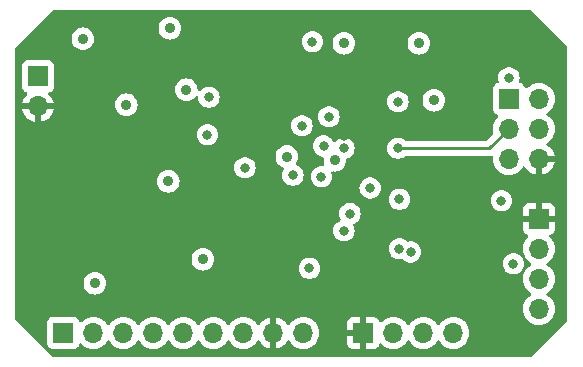
<source format=gbl>
%TF.GenerationSoftware,KiCad,Pcbnew,8.0.6*%
%TF.CreationDate,2024-11-27T12:56:47-08:00*%
%TF.ProjectId,Project 3 MCUdatalogger,50726f6a-6563-4742-9033-204d43556461,1*%
%TF.SameCoordinates,Original*%
%TF.FileFunction,Copper,L4,Bot*%
%TF.FilePolarity,Positive*%
%FSLAX46Y46*%
G04 Gerber Fmt 4.6, Leading zero omitted, Abs format (unit mm)*
G04 Created by KiCad (PCBNEW 8.0.6) date 2024-11-27 12:56:47*
%MOMM*%
%LPD*%
G01*
G04 APERTURE LIST*
%TA.AperFunction,ComponentPad*%
%ADD10R,1.700000X1.700000*%
%TD*%
%TA.AperFunction,ComponentPad*%
%ADD11O,1.700000X1.700000*%
%TD*%
%TA.AperFunction,ViaPad*%
%ADD12C,0.900000*%
%TD*%
%TA.AperFunction,ViaPad*%
%ADD13C,0.800000*%
%TD*%
%TA.AperFunction,Conductor*%
%ADD14C,0.250000*%
%TD*%
G04 APERTURE END LIST*
D10*
%TO.P,J4,1,Pin_1*%
%TO.N,/MISO*%
X80010000Y-66040000D03*
D11*
%TO.P,J4,2,Pin_2*%
%TO.N,/Vcc*%
X82550000Y-66040000D03*
%TO.P,J4,3,Pin_3*%
%TO.N,/SCK*%
X80010000Y-68580000D03*
%TO.P,J4,4,Pin_4*%
%TO.N,/MOSI*%
X82550000Y-68580000D03*
%TO.P,J4,5,Pin_5*%
%TO.N,/RESET*%
X80010000Y-71120000D03*
%TO.P,J4,6,Pin_6*%
%TO.N,GND*%
X82550000Y-71120000D03*
%TD*%
D10*
%TO.P,J2,1,Pin_1*%
%TO.N,/D2*%
X42291000Y-85852000D03*
D11*
%TO.P,J2,2,Pin_2*%
%TO.N,/D3*%
X44831000Y-85852000D03*
%TO.P,J2,3,Pin_3*%
%TO.N,/D4*%
X47371000Y-85852000D03*
%TO.P,J2,4,Pin_4*%
%TO.N,/D5*%
X49911000Y-85852000D03*
%TO.P,J2,5,Pin_5*%
%TO.N,/D6*%
X52451000Y-85852000D03*
%TO.P,J2,6,Pin_6*%
%TO.N,/D7*%
X54991000Y-85852000D03*
%TO.P,J2,7,Pin_7*%
%TO.N,/D8*%
X57531000Y-85852000D03*
%TO.P,J2,8,Pin_8*%
%TO.N,GND*%
X60071000Y-85852000D03*
%TO.P,J2,9,Pin_9*%
%TO.N,/Vcc*%
X62611000Y-85852000D03*
%TD*%
D10*
%TO.P,BT1,1,+*%
%TO.N,/Vcc*%
X40132000Y-64135000D03*
D11*
%TO.P,BT1,2,-*%
%TO.N,GND*%
X40132000Y-66675000D03*
%TD*%
D10*
%TO.P,J3,1,Pin_1*%
%TO.N,GND*%
X67691000Y-85852000D03*
D11*
%TO.P,J3,2,Pin_2*%
%TO.N,/Vcc*%
X70231000Y-85852000D03*
%TO.P,J3,3,Pin_3*%
%TO.N,/RX*%
X72771000Y-85852000D03*
%TO.P,J3,4,Pin_4*%
%TO.N,/TX*%
X75311000Y-85852000D03*
%TD*%
D10*
%TO.P,J1,1,Pin_1*%
%TO.N,GND*%
X82550000Y-76200000D03*
D11*
%TO.P,J1,2,Pin_2*%
%TO.N,/Vcc*%
X82550000Y-78740000D03*
%TO.P,J1,3,Pin_3*%
%TO.N,/SDA*%
X82550000Y-81280000D03*
%TO.P,J1,4,Pin_4*%
%TO.N,/SCK*%
X82550000Y-83820000D03*
%TD*%
D12*
%TO.N,/Vcc*%
X51181000Y-73025000D03*
X65278000Y-71247000D03*
X73660000Y-66167000D03*
X72390000Y-61341000D03*
X66040000Y-61341000D03*
X61214000Y-70929000D03*
X52705000Y-65278000D03*
X51308000Y-60071000D03*
X47625000Y-66548000D03*
X43942000Y-60960000D03*
X44958000Y-81661000D03*
X54102000Y-79629000D03*
D13*
%TO.N,/MISO*%
X66548000Y-75766000D03*
X80010000Y-64262000D03*
%TO.N,GND*%
X67945000Y-61214000D03*
X72390000Y-64897000D03*
X76200000Y-65024000D03*
X73152000Y-78867000D03*
X45085000Y-78105000D03*
X66035347Y-69210347D03*
X60833000Y-69379000D03*
X47117000Y-69977000D03*
X51181000Y-67056000D03*
X47752000Y-61976000D03*
X51816000Y-61341000D03*
%TO.N,/RESET*%
X62484000Y-68326000D03*
%TO.N,/SCK*%
X54483000Y-69088000D03*
X64325500Y-70040500D03*
%TO.N,Net-(U4-PB6)*%
X57658000Y-71882000D03*
%TO.N,/SCK*%
X79375000Y-74676000D03*
%TO.N,/SDA*%
X80391000Y-80010000D03*
%TO.N,Net-(U4-AREF)*%
X71700527Y-79014722D03*
X66040000Y-70231000D03*
%TO.N,Net-(U4-PB6)*%
X70739000Y-78740000D03*
X63119000Y-80391000D03*
%TO.N,Net-(U4-PB7)*%
X66040000Y-77216000D03*
X61722000Y-72517000D03*
X63373000Y-61214000D03*
%TO.N,/SCK*%
X68267153Y-73591847D03*
X70612000Y-70231000D03*
%TO.N,/SDA*%
X64770000Y-67564000D03*
X70612000Y-66294000D03*
%TO.N,/MOSI*%
X64135000Y-72644000D03*
X70739000Y-74549000D03*
%TO.N,/SDA*%
X54610000Y-65913000D03*
%TD*%
D14*
%TO.N,/SCK*%
X70612000Y-70231000D02*
X78359000Y-70231000D01*
X78359000Y-70231000D02*
X80010000Y-68580000D01*
%TD*%
%TA.AperFunction,Conductor*%
%TO.N,GND*%
G36*
X81930677Y-58566685D02*
G01*
X81951319Y-58583319D01*
X84926681Y-61558681D01*
X84960166Y-61620004D01*
X84963000Y-61646362D01*
X84963000Y-84784638D01*
X84943315Y-84851677D01*
X84926681Y-84872319D01*
X81951319Y-87847681D01*
X81889996Y-87881166D01*
X81863638Y-87884000D01*
X41453362Y-87884000D01*
X41386323Y-87864315D01*
X41365681Y-87847681D01*
X38472135Y-84954135D01*
X40940500Y-84954135D01*
X40940500Y-86749870D01*
X40940501Y-86749876D01*
X40946908Y-86809483D01*
X40997202Y-86944328D01*
X40997206Y-86944335D01*
X41083452Y-87059544D01*
X41083455Y-87059547D01*
X41198664Y-87145793D01*
X41198671Y-87145797D01*
X41333517Y-87196091D01*
X41333516Y-87196091D01*
X41340444Y-87196835D01*
X41393127Y-87202500D01*
X43188872Y-87202499D01*
X43248483Y-87196091D01*
X43383331Y-87145796D01*
X43498546Y-87059546D01*
X43584796Y-86944331D01*
X43633810Y-86812916D01*
X43675681Y-86756984D01*
X43741145Y-86732566D01*
X43809418Y-86747417D01*
X43837673Y-86768569D01*
X43959599Y-86890495D01*
X44056384Y-86958265D01*
X44153165Y-87026032D01*
X44153167Y-87026033D01*
X44153170Y-87026035D01*
X44367337Y-87125903D01*
X44595592Y-87187063D01*
X44772034Y-87202500D01*
X44830999Y-87207659D01*
X44831000Y-87207659D01*
X44831001Y-87207659D01*
X44889966Y-87202500D01*
X45066408Y-87187063D01*
X45294663Y-87125903D01*
X45508830Y-87026035D01*
X45702401Y-86890495D01*
X45869495Y-86723401D01*
X45999425Y-86537842D01*
X46054002Y-86494217D01*
X46123500Y-86487023D01*
X46185855Y-86518546D01*
X46202575Y-86537842D01*
X46332500Y-86723395D01*
X46332505Y-86723401D01*
X46499599Y-86890495D01*
X46596384Y-86958265D01*
X46693165Y-87026032D01*
X46693167Y-87026033D01*
X46693170Y-87026035D01*
X46907337Y-87125903D01*
X47135592Y-87187063D01*
X47312034Y-87202500D01*
X47370999Y-87207659D01*
X47371000Y-87207659D01*
X47371001Y-87207659D01*
X47429966Y-87202500D01*
X47606408Y-87187063D01*
X47834663Y-87125903D01*
X48048830Y-87026035D01*
X48242401Y-86890495D01*
X48409495Y-86723401D01*
X48539425Y-86537842D01*
X48594002Y-86494217D01*
X48663500Y-86487023D01*
X48725855Y-86518546D01*
X48742575Y-86537842D01*
X48872500Y-86723395D01*
X48872505Y-86723401D01*
X49039599Y-86890495D01*
X49136384Y-86958265D01*
X49233165Y-87026032D01*
X49233167Y-87026033D01*
X49233170Y-87026035D01*
X49447337Y-87125903D01*
X49675592Y-87187063D01*
X49852034Y-87202500D01*
X49910999Y-87207659D01*
X49911000Y-87207659D01*
X49911001Y-87207659D01*
X49969966Y-87202500D01*
X50146408Y-87187063D01*
X50374663Y-87125903D01*
X50588830Y-87026035D01*
X50782401Y-86890495D01*
X50949495Y-86723401D01*
X51079425Y-86537842D01*
X51134002Y-86494217D01*
X51203500Y-86487023D01*
X51265855Y-86518546D01*
X51282575Y-86537842D01*
X51412500Y-86723395D01*
X51412505Y-86723401D01*
X51579599Y-86890495D01*
X51676384Y-86958265D01*
X51773165Y-87026032D01*
X51773167Y-87026033D01*
X51773170Y-87026035D01*
X51987337Y-87125903D01*
X52215592Y-87187063D01*
X52392034Y-87202500D01*
X52450999Y-87207659D01*
X52451000Y-87207659D01*
X52451001Y-87207659D01*
X52509966Y-87202500D01*
X52686408Y-87187063D01*
X52914663Y-87125903D01*
X53128830Y-87026035D01*
X53322401Y-86890495D01*
X53489495Y-86723401D01*
X53619425Y-86537842D01*
X53674002Y-86494217D01*
X53743500Y-86487023D01*
X53805855Y-86518546D01*
X53822575Y-86537842D01*
X53952500Y-86723395D01*
X53952505Y-86723401D01*
X54119599Y-86890495D01*
X54216384Y-86958265D01*
X54313165Y-87026032D01*
X54313167Y-87026033D01*
X54313170Y-87026035D01*
X54527337Y-87125903D01*
X54755592Y-87187063D01*
X54932034Y-87202500D01*
X54990999Y-87207659D01*
X54991000Y-87207659D01*
X54991001Y-87207659D01*
X55049966Y-87202500D01*
X55226408Y-87187063D01*
X55454663Y-87125903D01*
X55668830Y-87026035D01*
X55862401Y-86890495D01*
X56029495Y-86723401D01*
X56159425Y-86537842D01*
X56214002Y-86494217D01*
X56283500Y-86487023D01*
X56345855Y-86518546D01*
X56362575Y-86537842D01*
X56492500Y-86723395D01*
X56492505Y-86723401D01*
X56659599Y-86890495D01*
X56756384Y-86958265D01*
X56853165Y-87026032D01*
X56853167Y-87026033D01*
X56853170Y-87026035D01*
X57067337Y-87125903D01*
X57295592Y-87187063D01*
X57472034Y-87202500D01*
X57530999Y-87207659D01*
X57531000Y-87207659D01*
X57531001Y-87207659D01*
X57589966Y-87202500D01*
X57766408Y-87187063D01*
X57994663Y-87125903D01*
X58208830Y-87026035D01*
X58402401Y-86890495D01*
X58569495Y-86723401D01*
X58699730Y-86537405D01*
X58754307Y-86493781D01*
X58823805Y-86486587D01*
X58886160Y-86518110D01*
X58902879Y-86537405D01*
X59032890Y-86723078D01*
X59199917Y-86890105D01*
X59393421Y-87025600D01*
X59607507Y-87125429D01*
X59607516Y-87125433D01*
X59821000Y-87182634D01*
X59821000Y-86285012D01*
X59878007Y-86317925D01*
X60005174Y-86352000D01*
X60136826Y-86352000D01*
X60263993Y-86317925D01*
X60321000Y-86285012D01*
X60321000Y-87182633D01*
X60534483Y-87125433D01*
X60534492Y-87125429D01*
X60748578Y-87025600D01*
X60942082Y-86890105D01*
X61109105Y-86723082D01*
X61239119Y-86537405D01*
X61293696Y-86493781D01*
X61363195Y-86486588D01*
X61425549Y-86518110D01*
X61442269Y-86537405D01*
X61572505Y-86723401D01*
X61739599Y-86890495D01*
X61836384Y-86958265D01*
X61933165Y-87026032D01*
X61933167Y-87026033D01*
X61933170Y-87026035D01*
X62147337Y-87125903D01*
X62375592Y-87187063D01*
X62552034Y-87202500D01*
X62610999Y-87207659D01*
X62611000Y-87207659D01*
X62611001Y-87207659D01*
X62669966Y-87202500D01*
X62846408Y-87187063D01*
X63074663Y-87125903D01*
X63288830Y-87026035D01*
X63482401Y-86890495D01*
X63649495Y-86723401D01*
X63785035Y-86529830D01*
X63884903Y-86315663D01*
X63946063Y-86087408D01*
X63966659Y-85852000D01*
X63946063Y-85616592D01*
X63884903Y-85388337D01*
X63785035Y-85174171D01*
X63779731Y-85166595D01*
X63649494Y-84980597D01*
X63623052Y-84954155D01*
X66341000Y-84954155D01*
X66341000Y-85602000D01*
X67257988Y-85602000D01*
X67225075Y-85659007D01*
X67191000Y-85786174D01*
X67191000Y-85917826D01*
X67225075Y-86044993D01*
X67257988Y-86102000D01*
X66341000Y-86102000D01*
X66341000Y-86749844D01*
X66347401Y-86809372D01*
X66347403Y-86809379D01*
X66397645Y-86944086D01*
X66397649Y-86944093D01*
X66483809Y-87059187D01*
X66483812Y-87059190D01*
X66598906Y-87145350D01*
X66598913Y-87145354D01*
X66733620Y-87195596D01*
X66733627Y-87195598D01*
X66793155Y-87201999D01*
X66793172Y-87202000D01*
X67441000Y-87202000D01*
X67441000Y-86285012D01*
X67498007Y-86317925D01*
X67625174Y-86352000D01*
X67756826Y-86352000D01*
X67883993Y-86317925D01*
X67941000Y-86285012D01*
X67941000Y-87202000D01*
X68588828Y-87202000D01*
X68588844Y-87201999D01*
X68648372Y-87195598D01*
X68648379Y-87195596D01*
X68783086Y-87145354D01*
X68783093Y-87145350D01*
X68898187Y-87059190D01*
X68898190Y-87059187D01*
X68984350Y-86944093D01*
X68984354Y-86944086D01*
X69033422Y-86812529D01*
X69075293Y-86756595D01*
X69140757Y-86732178D01*
X69209030Y-86747030D01*
X69237285Y-86768181D01*
X69359599Y-86890495D01*
X69456384Y-86958265D01*
X69553165Y-87026032D01*
X69553167Y-87026033D01*
X69553170Y-87026035D01*
X69767337Y-87125903D01*
X69995592Y-87187063D01*
X70172034Y-87202500D01*
X70230999Y-87207659D01*
X70231000Y-87207659D01*
X70231001Y-87207659D01*
X70289966Y-87202500D01*
X70466408Y-87187063D01*
X70694663Y-87125903D01*
X70908830Y-87026035D01*
X71102401Y-86890495D01*
X71269495Y-86723401D01*
X71399425Y-86537842D01*
X71454002Y-86494217D01*
X71523500Y-86487023D01*
X71585855Y-86518546D01*
X71602575Y-86537842D01*
X71732500Y-86723395D01*
X71732505Y-86723401D01*
X71899599Y-86890495D01*
X71996384Y-86958265D01*
X72093165Y-87026032D01*
X72093167Y-87026033D01*
X72093170Y-87026035D01*
X72307337Y-87125903D01*
X72535592Y-87187063D01*
X72712034Y-87202500D01*
X72770999Y-87207659D01*
X72771000Y-87207659D01*
X72771001Y-87207659D01*
X72829966Y-87202500D01*
X73006408Y-87187063D01*
X73234663Y-87125903D01*
X73448830Y-87026035D01*
X73642401Y-86890495D01*
X73809495Y-86723401D01*
X73939425Y-86537842D01*
X73994002Y-86494217D01*
X74063500Y-86487023D01*
X74125855Y-86518546D01*
X74142575Y-86537842D01*
X74272500Y-86723395D01*
X74272505Y-86723401D01*
X74439599Y-86890495D01*
X74536384Y-86958265D01*
X74633165Y-87026032D01*
X74633167Y-87026033D01*
X74633170Y-87026035D01*
X74847337Y-87125903D01*
X75075592Y-87187063D01*
X75252034Y-87202500D01*
X75310999Y-87207659D01*
X75311000Y-87207659D01*
X75311001Y-87207659D01*
X75369966Y-87202500D01*
X75546408Y-87187063D01*
X75774663Y-87125903D01*
X75988830Y-87026035D01*
X76182401Y-86890495D01*
X76349495Y-86723401D01*
X76485035Y-86529830D01*
X76584903Y-86315663D01*
X76646063Y-86087408D01*
X76666659Y-85852000D01*
X76646063Y-85616592D01*
X76584903Y-85388337D01*
X76485035Y-85174171D01*
X76479731Y-85166595D01*
X76349494Y-84980597D01*
X76182402Y-84813506D01*
X76182395Y-84813501D01*
X75988834Y-84677967D01*
X75988830Y-84677965D01*
X75917727Y-84644809D01*
X75774663Y-84578097D01*
X75774659Y-84578096D01*
X75774655Y-84578094D01*
X75546413Y-84516938D01*
X75546403Y-84516936D01*
X75311001Y-84496341D01*
X75310999Y-84496341D01*
X75075596Y-84516936D01*
X75075586Y-84516938D01*
X74847344Y-84578094D01*
X74847335Y-84578098D01*
X74633171Y-84677964D01*
X74633169Y-84677965D01*
X74439597Y-84813505D01*
X74272505Y-84980597D01*
X74142575Y-85166158D01*
X74087998Y-85209783D01*
X74018500Y-85216977D01*
X73956145Y-85185454D01*
X73939425Y-85166158D01*
X73809494Y-84980597D01*
X73642402Y-84813506D01*
X73642395Y-84813501D01*
X73448834Y-84677967D01*
X73448830Y-84677965D01*
X73377727Y-84644809D01*
X73234663Y-84578097D01*
X73234659Y-84578096D01*
X73234655Y-84578094D01*
X73006413Y-84516938D01*
X73006403Y-84516936D01*
X72771001Y-84496341D01*
X72770999Y-84496341D01*
X72535596Y-84516936D01*
X72535586Y-84516938D01*
X72307344Y-84578094D01*
X72307335Y-84578098D01*
X72093171Y-84677964D01*
X72093169Y-84677965D01*
X71899597Y-84813505D01*
X71732505Y-84980597D01*
X71602575Y-85166158D01*
X71547998Y-85209783D01*
X71478500Y-85216977D01*
X71416145Y-85185454D01*
X71399425Y-85166158D01*
X71269494Y-84980597D01*
X71102402Y-84813506D01*
X71102395Y-84813501D01*
X70908834Y-84677967D01*
X70908830Y-84677965D01*
X70837727Y-84644809D01*
X70694663Y-84578097D01*
X70694659Y-84578096D01*
X70694655Y-84578094D01*
X70466413Y-84516938D01*
X70466403Y-84516936D01*
X70231001Y-84496341D01*
X70230999Y-84496341D01*
X69995596Y-84516936D01*
X69995586Y-84516938D01*
X69767344Y-84578094D01*
X69767335Y-84578098D01*
X69553171Y-84677964D01*
X69553169Y-84677965D01*
X69359600Y-84813503D01*
X69237284Y-84935819D01*
X69175961Y-84969303D01*
X69106269Y-84964319D01*
X69050336Y-84922447D01*
X69033421Y-84891470D01*
X68984354Y-84759913D01*
X68984350Y-84759906D01*
X68898190Y-84644812D01*
X68898187Y-84644809D01*
X68783093Y-84558649D01*
X68783086Y-84558645D01*
X68648379Y-84508403D01*
X68648372Y-84508401D01*
X68588844Y-84502000D01*
X67941000Y-84502000D01*
X67941000Y-85418988D01*
X67883993Y-85386075D01*
X67756826Y-85352000D01*
X67625174Y-85352000D01*
X67498007Y-85386075D01*
X67441000Y-85418988D01*
X67441000Y-84502000D01*
X66793155Y-84502000D01*
X66733627Y-84508401D01*
X66733620Y-84508403D01*
X66598913Y-84558645D01*
X66598906Y-84558649D01*
X66483812Y-84644809D01*
X66483809Y-84644812D01*
X66397649Y-84759906D01*
X66397645Y-84759913D01*
X66347403Y-84894620D01*
X66347401Y-84894627D01*
X66341000Y-84954155D01*
X63623052Y-84954155D01*
X63482402Y-84813506D01*
X63482395Y-84813501D01*
X63288834Y-84677967D01*
X63288830Y-84677965D01*
X63217727Y-84644809D01*
X63074663Y-84578097D01*
X63074659Y-84578096D01*
X63074655Y-84578094D01*
X62846413Y-84516938D01*
X62846403Y-84516936D01*
X62611001Y-84496341D01*
X62610999Y-84496341D01*
X62375596Y-84516936D01*
X62375586Y-84516938D01*
X62147344Y-84578094D01*
X62147335Y-84578098D01*
X61933171Y-84677964D01*
X61933169Y-84677965D01*
X61739597Y-84813505D01*
X61572508Y-84980594D01*
X61442269Y-85166595D01*
X61387692Y-85210219D01*
X61318193Y-85217412D01*
X61255839Y-85185890D01*
X61239119Y-85166594D01*
X61109113Y-84980926D01*
X61109108Y-84980920D01*
X60942082Y-84813894D01*
X60748578Y-84678399D01*
X60534492Y-84578570D01*
X60534486Y-84578567D01*
X60321000Y-84521364D01*
X60321000Y-85418988D01*
X60263993Y-85386075D01*
X60136826Y-85352000D01*
X60005174Y-85352000D01*
X59878007Y-85386075D01*
X59821000Y-85418988D01*
X59821000Y-84521364D01*
X59820999Y-84521364D01*
X59607513Y-84578567D01*
X59607507Y-84578570D01*
X59393422Y-84678399D01*
X59393420Y-84678400D01*
X59199926Y-84813886D01*
X59199920Y-84813891D01*
X59032891Y-84980920D01*
X59032890Y-84980922D01*
X58902880Y-85166595D01*
X58848303Y-85210219D01*
X58778804Y-85217412D01*
X58716450Y-85185890D01*
X58699730Y-85166594D01*
X58569494Y-84980597D01*
X58402402Y-84813506D01*
X58402395Y-84813501D01*
X58208834Y-84677967D01*
X58208830Y-84677965D01*
X58137727Y-84644809D01*
X57994663Y-84578097D01*
X57994659Y-84578096D01*
X57994655Y-84578094D01*
X57766413Y-84516938D01*
X57766403Y-84516936D01*
X57531001Y-84496341D01*
X57530999Y-84496341D01*
X57295596Y-84516936D01*
X57295586Y-84516938D01*
X57067344Y-84578094D01*
X57067335Y-84578098D01*
X56853171Y-84677964D01*
X56853169Y-84677965D01*
X56659597Y-84813505D01*
X56492505Y-84980597D01*
X56362575Y-85166158D01*
X56307998Y-85209783D01*
X56238500Y-85216977D01*
X56176145Y-85185454D01*
X56159425Y-85166158D01*
X56029494Y-84980597D01*
X55862402Y-84813506D01*
X55862395Y-84813501D01*
X55668834Y-84677967D01*
X55668830Y-84677965D01*
X55597727Y-84644809D01*
X55454663Y-84578097D01*
X55454659Y-84578096D01*
X55454655Y-84578094D01*
X55226413Y-84516938D01*
X55226403Y-84516936D01*
X54991001Y-84496341D01*
X54990999Y-84496341D01*
X54755596Y-84516936D01*
X54755586Y-84516938D01*
X54527344Y-84578094D01*
X54527335Y-84578098D01*
X54313171Y-84677964D01*
X54313169Y-84677965D01*
X54119597Y-84813505D01*
X53952505Y-84980597D01*
X53822575Y-85166158D01*
X53767998Y-85209783D01*
X53698500Y-85216977D01*
X53636145Y-85185454D01*
X53619425Y-85166158D01*
X53489494Y-84980597D01*
X53322402Y-84813506D01*
X53322395Y-84813501D01*
X53128834Y-84677967D01*
X53128830Y-84677965D01*
X53057727Y-84644809D01*
X52914663Y-84578097D01*
X52914659Y-84578096D01*
X52914655Y-84578094D01*
X52686413Y-84516938D01*
X52686403Y-84516936D01*
X52451001Y-84496341D01*
X52450999Y-84496341D01*
X52215596Y-84516936D01*
X52215586Y-84516938D01*
X51987344Y-84578094D01*
X51987335Y-84578098D01*
X51773171Y-84677964D01*
X51773169Y-84677965D01*
X51579597Y-84813505D01*
X51412505Y-84980597D01*
X51282575Y-85166158D01*
X51227998Y-85209783D01*
X51158500Y-85216977D01*
X51096145Y-85185454D01*
X51079425Y-85166158D01*
X50949494Y-84980597D01*
X50782402Y-84813506D01*
X50782395Y-84813501D01*
X50588834Y-84677967D01*
X50588830Y-84677965D01*
X50517727Y-84644809D01*
X50374663Y-84578097D01*
X50374659Y-84578096D01*
X50374655Y-84578094D01*
X50146413Y-84516938D01*
X50146403Y-84516936D01*
X49911001Y-84496341D01*
X49910999Y-84496341D01*
X49675596Y-84516936D01*
X49675586Y-84516938D01*
X49447344Y-84578094D01*
X49447335Y-84578098D01*
X49233171Y-84677964D01*
X49233169Y-84677965D01*
X49039597Y-84813505D01*
X48872505Y-84980597D01*
X48742575Y-85166158D01*
X48687998Y-85209783D01*
X48618500Y-85216977D01*
X48556145Y-85185454D01*
X48539425Y-85166158D01*
X48409494Y-84980597D01*
X48242402Y-84813506D01*
X48242395Y-84813501D01*
X48048834Y-84677967D01*
X48048830Y-84677965D01*
X47977727Y-84644809D01*
X47834663Y-84578097D01*
X47834659Y-84578096D01*
X47834655Y-84578094D01*
X47606413Y-84516938D01*
X47606403Y-84516936D01*
X47371001Y-84496341D01*
X47370999Y-84496341D01*
X47135596Y-84516936D01*
X47135586Y-84516938D01*
X46907344Y-84578094D01*
X46907335Y-84578098D01*
X46693171Y-84677964D01*
X46693169Y-84677965D01*
X46499597Y-84813505D01*
X46332505Y-84980597D01*
X46202575Y-85166158D01*
X46147998Y-85209783D01*
X46078500Y-85216977D01*
X46016145Y-85185454D01*
X45999425Y-85166158D01*
X45869494Y-84980597D01*
X45702402Y-84813506D01*
X45702395Y-84813501D01*
X45508834Y-84677967D01*
X45508830Y-84677965D01*
X45437727Y-84644809D01*
X45294663Y-84578097D01*
X45294659Y-84578096D01*
X45294655Y-84578094D01*
X45066413Y-84516938D01*
X45066403Y-84516936D01*
X44831001Y-84496341D01*
X44830999Y-84496341D01*
X44595596Y-84516936D01*
X44595586Y-84516938D01*
X44367344Y-84578094D01*
X44367335Y-84578098D01*
X44153171Y-84677964D01*
X44153169Y-84677965D01*
X43959600Y-84813503D01*
X43837673Y-84935430D01*
X43776350Y-84968914D01*
X43706658Y-84963930D01*
X43650725Y-84922058D01*
X43633810Y-84891081D01*
X43584797Y-84759671D01*
X43584793Y-84759664D01*
X43498547Y-84644455D01*
X43498544Y-84644452D01*
X43383335Y-84558206D01*
X43383328Y-84558202D01*
X43248482Y-84507908D01*
X43248483Y-84507908D01*
X43188883Y-84501501D01*
X43188881Y-84501500D01*
X43188873Y-84501500D01*
X43188864Y-84501500D01*
X41393129Y-84501500D01*
X41393123Y-84501501D01*
X41333516Y-84507908D01*
X41198671Y-84558202D01*
X41198664Y-84558206D01*
X41083455Y-84644452D01*
X41083452Y-84644455D01*
X40997206Y-84759664D01*
X40997202Y-84759671D01*
X40946908Y-84894517D01*
X40940501Y-84954116D01*
X40940500Y-84954135D01*
X38472135Y-84954135D01*
X38263319Y-84745319D01*
X38229834Y-84683996D01*
X38227000Y-84657638D01*
X38227000Y-81661000D01*
X44002901Y-81661000D01*
X44021252Y-81847331D01*
X44021253Y-81847333D01*
X44075604Y-82026502D01*
X44163862Y-82191623D01*
X44163864Y-82191626D01*
X44282642Y-82336357D01*
X44427373Y-82455135D01*
X44427376Y-82455137D01*
X44562759Y-82527500D01*
X44592499Y-82543396D01*
X44769200Y-82596998D01*
X44771666Y-82597746D01*
X44771668Y-82597747D01*
X44788374Y-82599392D01*
X44958000Y-82616099D01*
X45144331Y-82597747D01*
X45323501Y-82543396D01*
X45488625Y-82455136D01*
X45633357Y-82336357D01*
X45752136Y-82191625D01*
X45840396Y-82026501D01*
X45894747Y-81847331D01*
X45913099Y-81661000D01*
X45894747Y-81474669D01*
X45840396Y-81295499D01*
X45832111Y-81279999D01*
X45752137Y-81130376D01*
X45752135Y-81130373D01*
X45633357Y-80985642D01*
X45488626Y-80866864D01*
X45488623Y-80866862D01*
X45323502Y-80778604D01*
X45144333Y-80724253D01*
X45144331Y-80724252D01*
X44958000Y-80705901D01*
X44771668Y-80724252D01*
X44771666Y-80724253D01*
X44592497Y-80778604D01*
X44427376Y-80866862D01*
X44427373Y-80866864D01*
X44282642Y-80985642D01*
X44163864Y-81130373D01*
X44163862Y-81130376D01*
X44075604Y-81295497D01*
X44021253Y-81474666D01*
X44021252Y-81474668D01*
X44002901Y-81661000D01*
X38227000Y-81661000D01*
X38227000Y-79629000D01*
X53146901Y-79629000D01*
X53165252Y-79815331D01*
X53165253Y-79815333D01*
X53219604Y-79994502D01*
X53307862Y-80159623D01*
X53307864Y-80159626D01*
X53426642Y-80304357D01*
X53571373Y-80423135D01*
X53571376Y-80423137D01*
X53736497Y-80511395D01*
X53736499Y-80511396D01*
X53915666Y-80565746D01*
X53915668Y-80565747D01*
X53932374Y-80567392D01*
X54102000Y-80584099D01*
X54288331Y-80565747D01*
X54467501Y-80511396D01*
X54632625Y-80423136D01*
X54671783Y-80391000D01*
X62213540Y-80391000D01*
X62233326Y-80579256D01*
X62233327Y-80579259D01*
X62291818Y-80759277D01*
X62291821Y-80759284D01*
X62386467Y-80923216D01*
X62442676Y-80985642D01*
X62513129Y-81063888D01*
X62666265Y-81175148D01*
X62666270Y-81175151D01*
X62839192Y-81252142D01*
X62839197Y-81252144D01*
X63024354Y-81291500D01*
X63024355Y-81291500D01*
X63213644Y-81291500D01*
X63213646Y-81291500D01*
X63398803Y-81252144D01*
X63571730Y-81175151D01*
X63724871Y-81063888D01*
X63851533Y-80923216D01*
X63946179Y-80759284D01*
X64004674Y-80579256D01*
X64024460Y-80391000D01*
X64004674Y-80202744D01*
X63946179Y-80022716D01*
X63938837Y-80010000D01*
X79485540Y-80010000D01*
X79505326Y-80198256D01*
X79505327Y-80198259D01*
X79563818Y-80378277D01*
X79563821Y-80378284D01*
X79658467Y-80542216D01*
X79712451Y-80602171D01*
X79785129Y-80682888D01*
X79938265Y-80794148D01*
X79938270Y-80794151D01*
X80111192Y-80871142D01*
X80111197Y-80871144D01*
X80296354Y-80910500D01*
X80296355Y-80910500D01*
X80485644Y-80910500D01*
X80485646Y-80910500D01*
X80670803Y-80871144D01*
X80843730Y-80794151D01*
X80996871Y-80682888D01*
X81123533Y-80542216D01*
X81218179Y-80378284D01*
X81276674Y-80198256D01*
X81296460Y-80010000D01*
X81276674Y-79821744D01*
X81218179Y-79641716D01*
X81123533Y-79477784D01*
X80996871Y-79337112D01*
X80996870Y-79337111D01*
X80843734Y-79225851D01*
X80843729Y-79225848D01*
X80670807Y-79148857D01*
X80670802Y-79148855D01*
X80525001Y-79117865D01*
X80485646Y-79109500D01*
X80296354Y-79109500D01*
X80263897Y-79116398D01*
X80111197Y-79148855D01*
X80111192Y-79148857D01*
X79938270Y-79225848D01*
X79938265Y-79225851D01*
X79785129Y-79337111D01*
X79658466Y-79477785D01*
X79563821Y-79641715D01*
X79563818Y-79641722D01*
X79507409Y-79815333D01*
X79505326Y-79821744D01*
X79485540Y-80010000D01*
X63938837Y-80010000D01*
X63851533Y-79858784D01*
X63724871Y-79718112D01*
X63724870Y-79718111D01*
X63571734Y-79606851D01*
X63571729Y-79606848D01*
X63398807Y-79529857D01*
X63398802Y-79529855D01*
X63253001Y-79498865D01*
X63213646Y-79490500D01*
X63024354Y-79490500D01*
X62991897Y-79497398D01*
X62839197Y-79529855D01*
X62839192Y-79529857D01*
X62666270Y-79606848D01*
X62666265Y-79606851D01*
X62513129Y-79718111D01*
X62386466Y-79858785D01*
X62291821Y-80022715D01*
X62291818Y-80022722D01*
X62234784Y-80198256D01*
X62233326Y-80202744D01*
X62213540Y-80391000D01*
X54671783Y-80391000D01*
X54777357Y-80304357D01*
X54896136Y-80159625D01*
X54984396Y-79994501D01*
X55038747Y-79815331D01*
X55057099Y-79629000D01*
X55038747Y-79442669D01*
X54984396Y-79263499D01*
X54923119Y-79148857D01*
X54896137Y-79098376D01*
X54896135Y-79098373D01*
X54777357Y-78953642D01*
X54632626Y-78834864D01*
X54632623Y-78834862D01*
X54467502Y-78746604D01*
X54445732Y-78740000D01*
X69833540Y-78740000D01*
X69853326Y-78928256D01*
X69853327Y-78928259D01*
X69911818Y-79108277D01*
X69911821Y-79108284D01*
X70006467Y-79272216D01*
X70064899Y-79337111D01*
X70133129Y-79412888D01*
X70286265Y-79524148D01*
X70286270Y-79524151D01*
X70459192Y-79601142D01*
X70459197Y-79601144D01*
X70644354Y-79640500D01*
X70644355Y-79640500D01*
X70833644Y-79640500D01*
X70833646Y-79640500D01*
X70947097Y-79616385D01*
X71016762Y-79621701D01*
X71065025Y-79654702D01*
X71094655Y-79687609D01*
X71094662Y-79687615D01*
X71247792Y-79798870D01*
X71247797Y-79798873D01*
X71420719Y-79875864D01*
X71420724Y-79875866D01*
X71605881Y-79915222D01*
X71605882Y-79915222D01*
X71795171Y-79915222D01*
X71795173Y-79915222D01*
X71980330Y-79875866D01*
X72153257Y-79798873D01*
X72306398Y-79687610D01*
X72433060Y-79546938D01*
X72527706Y-79383006D01*
X72586201Y-79202978D01*
X72605987Y-79014722D01*
X72586201Y-78826466D01*
X72558106Y-78739999D01*
X81194341Y-78739999D01*
X81194341Y-78740000D01*
X81214936Y-78975403D01*
X81214938Y-78975413D01*
X81276094Y-79203655D01*
X81276096Y-79203659D01*
X81276097Y-79203663D01*
X81359723Y-79382999D01*
X81375965Y-79417830D01*
X81375967Y-79417834D01*
X81511501Y-79611395D01*
X81511506Y-79611402D01*
X81678597Y-79778493D01*
X81678603Y-79778498D01*
X81864158Y-79908425D01*
X81907783Y-79963002D01*
X81914977Y-80032500D01*
X81883454Y-80094855D01*
X81864158Y-80111575D01*
X81678597Y-80241505D01*
X81511505Y-80408597D01*
X81375965Y-80602169D01*
X81375964Y-80602171D01*
X81276098Y-80816335D01*
X81276094Y-80816344D01*
X81214938Y-81044586D01*
X81214936Y-81044596D01*
X81194341Y-81279999D01*
X81194341Y-81280000D01*
X81214936Y-81515403D01*
X81214938Y-81515413D01*
X81276094Y-81743655D01*
X81276096Y-81743659D01*
X81276097Y-81743663D01*
X81375965Y-81957830D01*
X81375967Y-81957834D01*
X81511501Y-82151395D01*
X81511506Y-82151402D01*
X81678597Y-82318493D01*
X81678603Y-82318498D01*
X81864158Y-82448425D01*
X81907783Y-82503002D01*
X81914977Y-82572500D01*
X81883454Y-82634855D01*
X81864158Y-82651575D01*
X81678597Y-82781505D01*
X81511505Y-82948597D01*
X81375965Y-83142169D01*
X81375964Y-83142171D01*
X81276098Y-83356335D01*
X81276094Y-83356344D01*
X81214938Y-83584586D01*
X81214936Y-83584596D01*
X81194341Y-83819999D01*
X81194341Y-83820000D01*
X81214936Y-84055403D01*
X81214938Y-84055413D01*
X81276094Y-84283655D01*
X81276096Y-84283659D01*
X81276097Y-84283663D01*
X81375271Y-84496341D01*
X81375965Y-84497830D01*
X81375967Y-84497834D01*
X81478631Y-84644452D01*
X81511505Y-84691401D01*
X81678599Y-84858495D01*
X81730044Y-84894517D01*
X81872165Y-84994032D01*
X81872167Y-84994033D01*
X81872170Y-84994035D01*
X82086337Y-85093903D01*
X82314592Y-85155063D01*
X82502918Y-85171539D01*
X82549999Y-85175659D01*
X82550000Y-85175659D01*
X82550001Y-85175659D01*
X82589234Y-85172226D01*
X82785408Y-85155063D01*
X83013663Y-85093903D01*
X83227830Y-84994035D01*
X83421401Y-84858495D01*
X83588495Y-84691401D01*
X83724035Y-84497830D01*
X83823903Y-84283663D01*
X83885063Y-84055408D01*
X83905659Y-83820000D01*
X83885063Y-83584592D01*
X83823903Y-83356337D01*
X83724035Y-83142171D01*
X83588495Y-82948599D01*
X83588494Y-82948597D01*
X83421402Y-82781506D01*
X83421396Y-82781501D01*
X83235842Y-82651575D01*
X83192217Y-82596998D01*
X83185023Y-82527500D01*
X83216546Y-82465145D01*
X83235842Y-82448425D01*
X83395891Y-82336357D01*
X83421401Y-82318495D01*
X83588495Y-82151401D01*
X83724035Y-81957830D01*
X83823903Y-81743663D01*
X83885063Y-81515408D01*
X83905659Y-81280000D01*
X83885063Y-81044592D01*
X83823903Y-80816337D01*
X83724035Y-80602171D01*
X83711381Y-80584098D01*
X83588494Y-80408597D01*
X83421402Y-80241506D01*
X83421396Y-80241501D01*
X83235842Y-80111575D01*
X83192217Y-80056998D01*
X83185023Y-79987500D01*
X83216546Y-79925145D01*
X83235842Y-79908425D01*
X83306735Y-79858785D01*
X83421401Y-79778495D01*
X83588495Y-79611401D01*
X83724035Y-79417830D01*
X83823903Y-79203663D01*
X83885063Y-78975408D01*
X83905659Y-78740000D01*
X83885063Y-78504592D01*
X83823903Y-78276337D01*
X83724035Y-78062171D01*
X83680608Y-78000151D01*
X83588496Y-77868600D01*
X83559396Y-77839500D01*
X83466179Y-77746283D01*
X83432696Y-77684963D01*
X83437680Y-77615271D01*
X83479551Y-77559337D01*
X83510529Y-77542422D01*
X83642086Y-77493354D01*
X83642093Y-77493350D01*
X83757187Y-77407190D01*
X83757190Y-77407187D01*
X83843350Y-77292093D01*
X83843354Y-77292086D01*
X83893596Y-77157379D01*
X83893598Y-77157372D01*
X83899999Y-77097844D01*
X83900000Y-77097827D01*
X83900000Y-76450000D01*
X82983012Y-76450000D01*
X83015925Y-76392993D01*
X83050000Y-76265826D01*
X83050000Y-76134174D01*
X83015925Y-76007007D01*
X82983012Y-75950000D01*
X83900000Y-75950000D01*
X83900000Y-75302172D01*
X83899999Y-75302155D01*
X83893598Y-75242627D01*
X83893596Y-75242620D01*
X83843354Y-75107913D01*
X83843350Y-75107906D01*
X83757190Y-74992812D01*
X83757187Y-74992809D01*
X83642093Y-74906649D01*
X83642086Y-74906645D01*
X83507379Y-74856403D01*
X83507372Y-74856401D01*
X83447844Y-74850000D01*
X82800000Y-74850000D01*
X82800000Y-75766988D01*
X82742993Y-75734075D01*
X82615826Y-75700000D01*
X82484174Y-75700000D01*
X82357007Y-75734075D01*
X82300000Y-75766988D01*
X82300000Y-74850000D01*
X81652155Y-74850000D01*
X81592627Y-74856401D01*
X81592620Y-74856403D01*
X81457913Y-74906645D01*
X81457906Y-74906649D01*
X81342812Y-74992809D01*
X81342809Y-74992812D01*
X81256649Y-75107906D01*
X81256645Y-75107913D01*
X81206403Y-75242620D01*
X81206401Y-75242627D01*
X81200000Y-75302155D01*
X81200000Y-75950000D01*
X82116988Y-75950000D01*
X82084075Y-76007007D01*
X82050000Y-76134174D01*
X82050000Y-76265826D01*
X82084075Y-76392993D01*
X82116988Y-76450000D01*
X81200000Y-76450000D01*
X81200000Y-77097844D01*
X81206401Y-77157372D01*
X81206403Y-77157379D01*
X81256645Y-77292086D01*
X81256649Y-77292093D01*
X81342809Y-77407187D01*
X81342812Y-77407190D01*
X81457906Y-77493350D01*
X81457913Y-77493354D01*
X81589470Y-77542421D01*
X81645403Y-77584292D01*
X81669821Y-77649756D01*
X81654970Y-77718029D01*
X81633819Y-77746284D01*
X81511503Y-77868600D01*
X81375965Y-78062169D01*
X81375964Y-78062171D01*
X81276098Y-78276335D01*
X81276094Y-78276344D01*
X81214938Y-78504586D01*
X81214936Y-78504596D01*
X81194341Y-78739999D01*
X72558106Y-78739999D01*
X72527706Y-78646438D01*
X72433060Y-78482506D01*
X72306398Y-78341834D01*
X72306397Y-78341833D01*
X72153261Y-78230573D01*
X72153256Y-78230570D01*
X71980334Y-78153579D01*
X71980329Y-78153577D01*
X71805890Y-78116500D01*
X71795173Y-78114222D01*
X71605881Y-78114222D01*
X71492429Y-78138336D01*
X71422762Y-78133019D01*
X71374501Y-78100019D01*
X71344871Y-78067112D01*
X71344869Y-78067110D01*
X71344866Y-78067107D01*
X71344864Y-78067106D01*
X71191734Y-77955851D01*
X71191729Y-77955848D01*
X71018807Y-77878857D01*
X71018802Y-77878855D01*
X70873001Y-77847865D01*
X70833646Y-77839500D01*
X70644354Y-77839500D01*
X70611897Y-77846398D01*
X70459197Y-77878855D01*
X70459192Y-77878857D01*
X70286270Y-77955848D01*
X70286265Y-77955851D01*
X70133129Y-78067111D01*
X70006466Y-78207785D01*
X69911821Y-78371715D01*
X69911818Y-78371722D01*
X69868645Y-78504596D01*
X69853326Y-78551744D01*
X69833540Y-78740000D01*
X54445732Y-78740000D01*
X54288333Y-78692253D01*
X54288331Y-78692252D01*
X54102000Y-78673901D01*
X53915668Y-78692252D01*
X53915666Y-78692253D01*
X53736497Y-78746604D01*
X53571376Y-78834862D01*
X53571373Y-78834864D01*
X53426642Y-78953642D01*
X53307864Y-79098373D01*
X53307862Y-79098376D01*
X53219604Y-79263497D01*
X53165253Y-79442666D01*
X53165252Y-79442668D01*
X53146901Y-79629000D01*
X38227000Y-79629000D01*
X38227000Y-77216000D01*
X65134540Y-77216000D01*
X65154326Y-77404256D01*
X65154327Y-77404259D01*
X65212818Y-77584277D01*
X65212821Y-77584284D01*
X65307467Y-77748216D01*
X65389660Y-77839500D01*
X65434129Y-77888888D01*
X65587265Y-78000148D01*
X65587270Y-78000151D01*
X65760192Y-78077142D01*
X65760197Y-78077144D01*
X65945354Y-78116500D01*
X65945355Y-78116500D01*
X66134644Y-78116500D01*
X66134646Y-78116500D01*
X66319803Y-78077144D01*
X66492730Y-78000151D01*
X66645871Y-77888888D01*
X66772533Y-77748216D01*
X66867179Y-77584284D01*
X66925674Y-77404256D01*
X66945460Y-77216000D01*
X66925674Y-77027744D01*
X66867179Y-76847716D01*
X66826677Y-76777565D01*
X66810205Y-76709667D01*
X66833057Y-76643640D01*
X66883625Y-76602289D01*
X67000730Y-76550151D01*
X67153871Y-76438888D01*
X67280533Y-76298216D01*
X67375179Y-76134284D01*
X67433674Y-75954256D01*
X67453460Y-75766000D01*
X67433674Y-75577744D01*
X67375179Y-75397716D01*
X67280533Y-75233784D01*
X67153871Y-75093112D01*
X67153870Y-75093111D01*
X67000734Y-74981851D01*
X67000729Y-74981848D01*
X66827807Y-74904857D01*
X66827802Y-74904855D01*
X66682001Y-74873865D01*
X66642646Y-74865500D01*
X66453354Y-74865500D01*
X66420897Y-74872398D01*
X66268197Y-74904855D01*
X66268192Y-74904857D01*
X66095270Y-74981848D01*
X66095265Y-74981851D01*
X65942129Y-75093111D01*
X65815466Y-75233785D01*
X65720821Y-75397715D01*
X65720818Y-75397722D01*
X65662730Y-75576500D01*
X65662326Y-75577744D01*
X65642540Y-75766000D01*
X65662326Y-75954256D01*
X65662327Y-75954259D01*
X65720818Y-76134277D01*
X65720821Y-76134284D01*
X65761321Y-76204432D01*
X65777794Y-76272333D01*
X65754941Y-76338359D01*
X65704371Y-76379711D01*
X65587267Y-76431850D01*
X65587265Y-76431851D01*
X65434129Y-76543111D01*
X65307466Y-76683785D01*
X65212821Y-76847715D01*
X65212818Y-76847722D01*
X65154327Y-77027740D01*
X65154326Y-77027744D01*
X65134540Y-77216000D01*
X38227000Y-77216000D01*
X38227000Y-74549000D01*
X69833540Y-74549000D01*
X69853326Y-74737256D01*
X69853327Y-74737259D01*
X69911818Y-74917277D01*
X69911821Y-74917284D01*
X70006467Y-75081216D01*
X70120817Y-75208214D01*
X70133129Y-75221888D01*
X70286265Y-75333148D01*
X70286270Y-75333151D01*
X70459192Y-75410142D01*
X70459197Y-75410144D01*
X70644354Y-75449500D01*
X70644355Y-75449500D01*
X70833644Y-75449500D01*
X70833646Y-75449500D01*
X71018803Y-75410144D01*
X71191730Y-75333151D01*
X71344871Y-75221888D01*
X71471533Y-75081216D01*
X71566179Y-74917284D01*
X71624674Y-74737256D01*
X71631112Y-74676000D01*
X78469540Y-74676000D01*
X78489326Y-74864256D01*
X78489327Y-74864259D01*
X78547818Y-75044277D01*
X78547821Y-75044284D01*
X78642467Y-75208216D01*
X78727066Y-75302172D01*
X78769129Y-75348888D01*
X78922265Y-75460148D01*
X78922270Y-75460151D01*
X79095192Y-75537142D01*
X79095197Y-75537144D01*
X79280354Y-75576500D01*
X79280355Y-75576500D01*
X79469644Y-75576500D01*
X79469646Y-75576500D01*
X79654803Y-75537144D01*
X79827730Y-75460151D01*
X79980871Y-75348888D01*
X80107533Y-75208216D01*
X80202179Y-75044284D01*
X80260674Y-74864256D01*
X80280460Y-74676000D01*
X80260674Y-74487744D01*
X80202179Y-74307716D01*
X80107533Y-74143784D01*
X79980871Y-74003112D01*
X79980870Y-74003111D01*
X79827734Y-73891851D01*
X79827729Y-73891848D01*
X79654807Y-73814857D01*
X79654802Y-73814855D01*
X79509001Y-73783865D01*
X79469646Y-73775500D01*
X79280354Y-73775500D01*
X79247897Y-73782398D01*
X79095197Y-73814855D01*
X79095192Y-73814857D01*
X78922270Y-73891848D01*
X78922265Y-73891851D01*
X78769129Y-74003111D01*
X78642466Y-74143785D01*
X78547821Y-74307715D01*
X78547818Y-74307722D01*
X78500618Y-74452991D01*
X78489326Y-74487744D01*
X78469540Y-74676000D01*
X71631112Y-74676000D01*
X71644460Y-74549000D01*
X71624674Y-74360744D01*
X71566179Y-74180716D01*
X71471533Y-74016784D01*
X71344871Y-73876112D01*
X71344870Y-73876111D01*
X71191734Y-73764851D01*
X71191729Y-73764848D01*
X71018807Y-73687857D01*
X71018802Y-73687855D01*
X70873001Y-73656865D01*
X70833646Y-73648500D01*
X70644354Y-73648500D01*
X70611897Y-73655398D01*
X70459197Y-73687855D01*
X70459192Y-73687857D01*
X70286270Y-73764848D01*
X70286265Y-73764851D01*
X70133129Y-73876111D01*
X70006466Y-74016785D01*
X69911821Y-74180715D01*
X69911818Y-74180722D01*
X69853327Y-74360740D01*
X69853326Y-74360744D01*
X69833540Y-74549000D01*
X38227000Y-74549000D01*
X38227000Y-73025000D01*
X50225901Y-73025000D01*
X50244252Y-73211331D01*
X50244253Y-73211333D01*
X50298604Y-73390502D01*
X50386862Y-73555623D01*
X50386864Y-73555626D01*
X50505642Y-73700357D01*
X50650373Y-73819135D01*
X50650376Y-73819137D01*
X50786412Y-73891849D01*
X50815499Y-73907396D01*
X50989319Y-73960124D01*
X50994666Y-73961746D01*
X50994668Y-73961747D01*
X51011374Y-73963392D01*
X51181000Y-73980099D01*
X51367331Y-73961747D01*
X51546501Y-73907396D01*
X51711625Y-73819136D01*
X51856357Y-73700357D01*
X51945409Y-73591847D01*
X67361693Y-73591847D01*
X67381479Y-73780103D01*
X67381480Y-73780106D01*
X67439971Y-73960124D01*
X67439974Y-73960131D01*
X67534620Y-74124063D01*
X67661282Y-74264735D01*
X67814418Y-74375995D01*
X67814423Y-74375998D01*
X67987345Y-74452989D01*
X67987350Y-74452991D01*
X68172507Y-74492347D01*
X68172508Y-74492347D01*
X68361797Y-74492347D01*
X68361799Y-74492347D01*
X68546956Y-74452991D01*
X68719883Y-74375998D01*
X68873024Y-74264735D01*
X68999686Y-74124063D01*
X69094332Y-73960131D01*
X69152827Y-73780103D01*
X69172613Y-73591847D01*
X69152827Y-73403591D01*
X69094332Y-73223563D01*
X68999686Y-73059631D01*
X68873024Y-72918959D01*
X68873023Y-72918958D01*
X68719887Y-72807698D01*
X68719882Y-72807695D01*
X68546960Y-72730704D01*
X68546955Y-72730702D01*
X68401154Y-72699712D01*
X68361799Y-72691347D01*
X68172507Y-72691347D01*
X68140050Y-72698245D01*
X67987350Y-72730702D01*
X67987345Y-72730704D01*
X67814423Y-72807695D01*
X67814418Y-72807698D01*
X67661282Y-72918958D01*
X67534619Y-73059632D01*
X67439974Y-73223562D01*
X67439971Y-73223569D01*
X67389748Y-73378142D01*
X67381479Y-73403591D01*
X67361693Y-73591847D01*
X51945409Y-73591847D01*
X51975136Y-73555625D01*
X52063396Y-73390501D01*
X52117747Y-73211331D01*
X52136099Y-73025000D01*
X52117747Y-72838669D01*
X52063396Y-72659499D01*
X52007481Y-72554888D01*
X51975137Y-72494376D01*
X51975135Y-72494373D01*
X51856357Y-72349642D01*
X51711626Y-72230864D01*
X51711623Y-72230862D01*
X51546502Y-72142604D01*
X51367333Y-72088253D01*
X51367331Y-72088252D01*
X51181000Y-72069901D01*
X50994668Y-72088252D01*
X50994666Y-72088253D01*
X50815497Y-72142604D01*
X50650376Y-72230862D01*
X50650373Y-72230864D01*
X50505642Y-72349642D01*
X50386864Y-72494373D01*
X50386862Y-72494376D01*
X50298604Y-72659497D01*
X50244253Y-72838666D01*
X50244252Y-72838668D01*
X50225901Y-73025000D01*
X38227000Y-73025000D01*
X38227000Y-71882000D01*
X56752540Y-71882000D01*
X56772326Y-72070256D01*
X56772327Y-72070259D01*
X56830818Y-72250277D01*
X56830821Y-72250284D01*
X56925467Y-72414216D01*
X57052129Y-72554888D01*
X57205265Y-72666148D01*
X57205270Y-72666151D01*
X57378192Y-72743142D01*
X57378197Y-72743144D01*
X57563354Y-72782500D01*
X57563355Y-72782500D01*
X57752644Y-72782500D01*
X57752646Y-72782500D01*
X57937803Y-72743144D01*
X58110730Y-72666151D01*
X58263871Y-72554888D01*
X58390533Y-72414216D01*
X58485179Y-72250284D01*
X58543674Y-72070256D01*
X58563460Y-71882000D01*
X58543674Y-71693744D01*
X58485179Y-71513716D01*
X58390533Y-71349784D01*
X58263871Y-71209112D01*
X58263870Y-71209111D01*
X58110734Y-71097851D01*
X58110729Y-71097848D01*
X57937807Y-71020857D01*
X57937802Y-71020855D01*
X57792001Y-70989865D01*
X57752646Y-70981500D01*
X57563354Y-70981500D01*
X57530897Y-70988398D01*
X57378197Y-71020855D01*
X57378192Y-71020857D01*
X57205270Y-71097848D01*
X57205265Y-71097851D01*
X57052129Y-71209111D01*
X56925466Y-71349785D01*
X56830821Y-71513715D01*
X56830818Y-71513722D01*
X56772327Y-71693740D01*
X56772326Y-71693744D01*
X56752540Y-71882000D01*
X38227000Y-71882000D01*
X38227000Y-70929000D01*
X60258901Y-70929000D01*
X60277252Y-71115331D01*
X60277253Y-71115333D01*
X60331604Y-71294502D01*
X60419862Y-71459623D01*
X60419864Y-71459626D01*
X60538642Y-71604357D01*
X60683373Y-71723135D01*
X60683376Y-71723137D01*
X60837292Y-71805406D01*
X60848499Y-71811396D01*
X60904133Y-71828272D01*
X60962570Y-71866568D01*
X60991027Y-71930380D01*
X60980468Y-71999447D01*
X60975525Y-72008931D01*
X60894820Y-72148718D01*
X60894818Y-72148722D01*
X60836327Y-72328740D01*
X60836326Y-72328744D01*
X60816540Y-72517000D01*
X60836326Y-72705256D01*
X60836327Y-72705259D01*
X60894818Y-72885277D01*
X60894821Y-72885284D01*
X60989467Y-73049216D01*
X60998845Y-73059631D01*
X61116129Y-73189888D01*
X61269265Y-73301148D01*
X61269270Y-73301151D01*
X61442192Y-73378142D01*
X61442197Y-73378144D01*
X61627354Y-73417500D01*
X61627355Y-73417500D01*
X61816644Y-73417500D01*
X61816646Y-73417500D01*
X62001803Y-73378144D01*
X62174730Y-73301151D01*
X62327871Y-73189888D01*
X62454533Y-73049216D01*
X62549179Y-72885284D01*
X62607674Y-72705256D01*
X62614112Y-72644000D01*
X63229540Y-72644000D01*
X63249326Y-72832256D01*
X63249327Y-72832259D01*
X63307818Y-73012277D01*
X63307821Y-73012284D01*
X63402467Y-73176216D01*
X63434085Y-73211331D01*
X63529129Y-73316888D01*
X63682265Y-73428148D01*
X63682270Y-73428151D01*
X63855192Y-73505142D01*
X63855197Y-73505144D01*
X64040354Y-73544500D01*
X64040355Y-73544500D01*
X64229644Y-73544500D01*
X64229646Y-73544500D01*
X64414803Y-73505144D01*
X64587730Y-73428151D01*
X64740871Y-73316888D01*
X64867533Y-73176216D01*
X64962179Y-73012284D01*
X65020674Y-72832256D01*
X65040460Y-72644000D01*
X65020674Y-72455744D01*
X64996086Y-72380071D01*
X64985612Y-72347834D01*
X64983617Y-72277993D01*
X65019697Y-72218160D01*
X65082398Y-72187332D01*
X65115692Y-72186113D01*
X65278000Y-72202099D01*
X65464331Y-72183747D01*
X65643501Y-72129396D01*
X65808625Y-72041136D01*
X65953357Y-71922357D01*
X66072136Y-71777625D01*
X66160396Y-71612501D01*
X66214747Y-71433331D01*
X66233099Y-71247000D01*
X66230784Y-71223505D01*
X66243801Y-71154864D01*
X66291864Y-71104152D01*
X66315885Y-71093416D01*
X66319790Y-71092146D01*
X66319803Y-71092144D01*
X66492730Y-71015151D01*
X66645871Y-70903888D01*
X66772533Y-70763216D01*
X66867179Y-70599284D01*
X66925674Y-70419256D01*
X66945460Y-70231000D01*
X69706540Y-70231000D01*
X69726326Y-70419256D01*
X69726327Y-70419259D01*
X69784818Y-70599277D01*
X69784821Y-70599284D01*
X69879467Y-70763216D01*
X70006126Y-70903885D01*
X70006129Y-70903888D01*
X70159265Y-71015148D01*
X70159270Y-71015151D01*
X70332192Y-71092142D01*
X70332197Y-71092144D01*
X70517354Y-71131500D01*
X70517355Y-71131500D01*
X70706644Y-71131500D01*
X70706646Y-71131500D01*
X70891803Y-71092144D01*
X71064730Y-71015151D01*
X71217871Y-70903888D01*
X71220788Y-70900647D01*
X71223600Y-70897526D01*
X71283087Y-70860879D01*
X71315748Y-70856500D01*
X78420607Y-70856500D01*
X78481029Y-70844481D01*
X78519816Y-70836766D01*
X78589406Y-70842993D01*
X78644584Y-70885855D01*
X78667829Y-70951745D01*
X78667535Y-70969190D01*
X78654341Y-71119998D01*
X78654341Y-71120000D01*
X78674936Y-71355403D01*
X78674938Y-71355413D01*
X78736094Y-71583655D01*
X78736096Y-71583659D01*
X78736097Y-71583663D01*
X78828983Y-71782857D01*
X78835965Y-71797830D01*
X78835967Y-71797834D01*
X78944281Y-71952521D01*
X78971505Y-71991401D01*
X79138599Y-72158495D01*
X79200872Y-72202099D01*
X79332165Y-72294032D01*
X79332167Y-72294033D01*
X79332170Y-72294035D01*
X79546337Y-72393903D01*
X79774592Y-72455063D01*
X79962918Y-72471539D01*
X80009999Y-72475659D01*
X80010000Y-72475659D01*
X80010001Y-72475659D01*
X80049234Y-72472226D01*
X80245408Y-72455063D01*
X80473663Y-72393903D01*
X80687830Y-72294035D01*
X80881401Y-72158495D01*
X81048495Y-71991401D01*
X81178730Y-71805405D01*
X81233307Y-71761781D01*
X81302805Y-71754587D01*
X81365160Y-71786110D01*
X81381879Y-71805405D01*
X81511890Y-71991078D01*
X81678917Y-72158105D01*
X81872421Y-72293600D01*
X82086507Y-72393429D01*
X82086516Y-72393433D01*
X82300000Y-72450634D01*
X82300000Y-71553012D01*
X82357007Y-71585925D01*
X82484174Y-71620000D01*
X82615826Y-71620000D01*
X82742993Y-71585925D01*
X82800000Y-71553012D01*
X82800000Y-72450633D01*
X83013483Y-72393433D01*
X83013492Y-72393429D01*
X83227578Y-72293600D01*
X83421082Y-72158105D01*
X83588105Y-71991082D01*
X83723600Y-71797578D01*
X83823429Y-71583492D01*
X83823432Y-71583486D01*
X83880636Y-71370000D01*
X82983012Y-71370000D01*
X83015925Y-71312993D01*
X83050000Y-71185826D01*
X83050000Y-71054174D01*
X83015925Y-70927007D01*
X82983012Y-70870000D01*
X83880636Y-70870000D01*
X83880635Y-70869999D01*
X83823432Y-70656513D01*
X83823429Y-70656507D01*
X83723600Y-70442422D01*
X83723599Y-70442420D01*
X83588113Y-70248926D01*
X83588108Y-70248920D01*
X83421078Y-70081890D01*
X83235405Y-69951879D01*
X83191780Y-69897302D01*
X83184588Y-69827804D01*
X83216110Y-69765449D01*
X83235406Y-69748730D01*
X83306735Y-69698785D01*
X83421401Y-69618495D01*
X83588495Y-69451401D01*
X83724035Y-69257830D01*
X83823903Y-69043663D01*
X83885063Y-68815408D01*
X83905659Y-68580000D01*
X83885063Y-68344592D01*
X83823903Y-68116337D01*
X83724035Y-67902171D01*
X83718425Y-67894158D01*
X83588494Y-67708597D01*
X83421402Y-67541506D01*
X83421396Y-67541501D01*
X83235842Y-67411575D01*
X83192217Y-67356998D01*
X83185023Y-67287500D01*
X83216546Y-67225145D01*
X83235842Y-67208425D01*
X83311938Y-67155142D01*
X83421401Y-67078495D01*
X83588495Y-66911401D01*
X83724035Y-66717830D01*
X83823903Y-66503663D01*
X83885063Y-66275408D01*
X83905659Y-66040000D01*
X83885063Y-65804592D01*
X83823903Y-65576337D01*
X83724035Y-65362171D01*
X83710295Y-65342547D01*
X83588494Y-65168597D01*
X83421402Y-65001506D01*
X83421395Y-65001501D01*
X83227834Y-64865967D01*
X83227830Y-64865965D01*
X83227828Y-64865964D01*
X83013663Y-64766097D01*
X83013659Y-64766096D01*
X83013655Y-64766094D01*
X82785413Y-64704938D01*
X82785403Y-64704936D01*
X82550001Y-64684341D01*
X82549999Y-64684341D01*
X82314596Y-64704936D01*
X82314586Y-64704938D01*
X82086344Y-64766094D01*
X82086335Y-64766098D01*
X81872171Y-64865964D01*
X81872169Y-64865965D01*
X81678600Y-65001503D01*
X81556673Y-65123430D01*
X81495350Y-65156914D01*
X81425658Y-65151930D01*
X81369725Y-65110058D01*
X81352810Y-65079081D01*
X81303797Y-64947671D01*
X81303793Y-64947664D01*
X81217547Y-64832455D01*
X81217544Y-64832452D01*
X81102335Y-64746206D01*
X81102328Y-64746202D01*
X80967482Y-64695908D01*
X80959938Y-64694126D01*
X80960580Y-64691404D01*
X80908294Y-64669742D01*
X80868451Y-64612346D01*
X80865963Y-64542520D01*
X80868178Y-64534879D01*
X80868178Y-64534878D01*
X80895674Y-64450256D01*
X80915460Y-64262000D01*
X80895674Y-64073744D01*
X80837179Y-63893716D01*
X80742533Y-63729784D01*
X80615871Y-63589112D01*
X80615870Y-63589111D01*
X80462734Y-63477851D01*
X80462729Y-63477848D01*
X80289807Y-63400857D01*
X80289802Y-63400855D01*
X80144001Y-63369865D01*
X80104646Y-63361500D01*
X79915354Y-63361500D01*
X79882897Y-63368398D01*
X79730197Y-63400855D01*
X79730192Y-63400857D01*
X79557270Y-63477848D01*
X79557265Y-63477851D01*
X79404129Y-63589111D01*
X79277466Y-63729785D01*
X79182821Y-63893715D01*
X79182818Y-63893722D01*
X79124327Y-64073740D01*
X79124326Y-64073744D01*
X79104540Y-64262000D01*
X79124326Y-64450256D01*
X79124327Y-64450259D01*
X79151821Y-64534878D01*
X79153816Y-64604720D01*
X79117735Y-64664552D01*
X79059809Y-64693031D01*
X79060068Y-64694124D01*
X79055294Y-64695252D01*
X79055034Y-64695380D01*
X79054341Y-64695477D01*
X79052520Y-64695907D01*
X78917671Y-64746202D01*
X78917664Y-64746206D01*
X78802455Y-64832452D01*
X78802452Y-64832455D01*
X78716206Y-64947664D01*
X78716202Y-64947671D01*
X78665908Y-65082517D01*
X78659501Y-65142116D01*
X78659500Y-65142135D01*
X78659500Y-66937870D01*
X78659501Y-66937876D01*
X78665908Y-66997483D01*
X78716202Y-67132328D01*
X78716206Y-67132335D01*
X78802452Y-67247544D01*
X78802455Y-67247547D01*
X78917664Y-67333793D01*
X78917671Y-67333797D01*
X79049081Y-67382810D01*
X79105015Y-67424681D01*
X79129432Y-67490145D01*
X79114580Y-67558418D01*
X79093430Y-67586673D01*
X78971503Y-67708600D01*
X78835965Y-67902169D01*
X78835964Y-67902171D01*
X78736098Y-68116335D01*
X78736094Y-68116344D01*
X78674938Y-68344586D01*
X78674936Y-68344596D01*
X78654341Y-68579999D01*
X78654341Y-68580000D01*
X78674936Y-68815403D01*
X78674938Y-68815413D01*
X78701856Y-68915872D01*
X78700193Y-68985722D01*
X78669762Y-69035646D01*
X78136229Y-69569181D01*
X78074906Y-69602666D01*
X78048548Y-69605500D01*
X71315748Y-69605500D01*
X71248709Y-69585815D01*
X71223600Y-69564474D01*
X71217873Y-69558114D01*
X71217869Y-69558110D01*
X71064734Y-69446851D01*
X71064729Y-69446848D01*
X70891807Y-69369857D01*
X70891802Y-69369855D01*
X70746001Y-69338865D01*
X70706646Y-69330500D01*
X70517354Y-69330500D01*
X70484897Y-69337398D01*
X70332197Y-69369855D01*
X70332192Y-69369857D01*
X70159270Y-69446848D01*
X70159265Y-69446851D01*
X70006129Y-69558111D01*
X69879466Y-69698785D01*
X69784821Y-69862715D01*
X69784818Y-69862722D01*
X69727055Y-70040500D01*
X69726326Y-70042744D01*
X69706540Y-70231000D01*
X66945460Y-70231000D01*
X66925674Y-70042744D01*
X66867179Y-69862716D01*
X66772533Y-69698784D01*
X66645871Y-69558112D01*
X66645870Y-69558111D01*
X66492734Y-69446851D01*
X66492729Y-69446848D01*
X66319807Y-69369857D01*
X66319802Y-69369855D01*
X66174001Y-69338865D01*
X66134646Y-69330500D01*
X65945354Y-69330500D01*
X65912897Y-69337398D01*
X65760197Y-69369855D01*
X65760192Y-69369857D01*
X65587270Y-69446848D01*
X65587265Y-69446851D01*
X65434132Y-69558109D01*
X65434129Y-69558111D01*
X65434129Y-69558112D01*
X65378211Y-69620216D01*
X65336701Y-69666317D01*
X65277214Y-69702965D01*
X65207357Y-69701634D01*
X65149309Y-69662747D01*
X65137164Y-69645343D01*
X65058036Y-69508288D01*
X65058034Y-69508285D01*
X64933392Y-69369857D01*
X64931371Y-69367612D01*
X64880291Y-69330500D01*
X64778234Y-69256351D01*
X64778229Y-69256348D01*
X64605307Y-69179357D01*
X64605302Y-69179355D01*
X64459501Y-69148365D01*
X64420146Y-69140000D01*
X64230854Y-69140000D01*
X64198397Y-69146898D01*
X64045697Y-69179355D01*
X64045692Y-69179357D01*
X63872770Y-69256348D01*
X63872765Y-69256351D01*
X63719629Y-69367611D01*
X63592966Y-69508285D01*
X63498321Y-69672215D01*
X63498318Y-69672222D01*
X63447767Y-69827804D01*
X63439826Y-69852244D01*
X63420040Y-70040500D01*
X63439826Y-70228756D01*
X63439827Y-70228759D01*
X63498318Y-70408777D01*
X63498321Y-70408784D01*
X63592967Y-70572716D01*
X63719629Y-70713388D01*
X63872765Y-70824648D01*
X63872770Y-70824651D01*
X64045692Y-70901642D01*
X64045697Y-70901644D01*
X64230854Y-70941000D01*
X64230855Y-70941000D01*
X64237211Y-70942351D01*
X64236869Y-70943958D01*
X64293889Y-70967421D01*
X64333871Y-71024720D01*
X64339712Y-71076308D01*
X64322901Y-71246999D01*
X64341252Y-71433331D01*
X64341253Y-71433333D01*
X64388563Y-71589291D01*
X64389187Y-71659158D01*
X64351939Y-71718271D01*
X64288645Y-71747862D01*
X64244127Y-71746578D01*
X64229646Y-71743500D01*
X64040354Y-71743500D01*
X64007897Y-71750398D01*
X63855197Y-71782855D01*
X63855192Y-71782857D01*
X63682270Y-71859848D01*
X63682265Y-71859851D01*
X63529129Y-71971111D01*
X63402466Y-72111785D01*
X63307821Y-72275715D01*
X63307818Y-72275722D01*
X63250986Y-72450634D01*
X63249326Y-72455744D01*
X63229540Y-72644000D01*
X62614112Y-72644000D01*
X62627460Y-72517000D01*
X62607674Y-72328744D01*
X62549179Y-72148716D01*
X62454533Y-71984784D01*
X62327871Y-71844112D01*
X62327870Y-71844111D01*
X62174734Y-71732851D01*
X62174729Y-71732848D01*
X62037127Y-71671583D01*
X61983890Y-71626333D01*
X61963569Y-71559484D01*
X61982615Y-71492260D01*
X61991702Y-71479649D01*
X62008136Y-71459625D01*
X62096396Y-71294501D01*
X62150747Y-71115331D01*
X62169099Y-70929000D01*
X62150747Y-70742669D01*
X62096396Y-70563499D01*
X62050813Y-70478219D01*
X62008137Y-70398376D01*
X62008135Y-70398373D01*
X61889357Y-70253642D01*
X61744626Y-70134864D01*
X61744623Y-70134862D01*
X61579502Y-70046604D01*
X61400333Y-69992253D01*
X61400331Y-69992252D01*
X61214000Y-69973901D01*
X61027668Y-69992252D01*
X61027666Y-69992253D01*
X60848497Y-70046604D01*
X60683376Y-70134862D01*
X60683373Y-70134864D01*
X60538642Y-70253642D01*
X60419864Y-70398373D01*
X60419862Y-70398376D01*
X60331604Y-70563497D01*
X60277253Y-70742666D01*
X60277252Y-70742668D01*
X60258901Y-70929000D01*
X38227000Y-70929000D01*
X38227000Y-69088000D01*
X53577540Y-69088000D01*
X53597326Y-69276256D01*
X53597327Y-69276259D01*
X53655818Y-69456277D01*
X53655821Y-69456284D01*
X53750467Y-69620216D01*
X53824975Y-69702965D01*
X53877129Y-69760888D01*
X54030265Y-69872148D01*
X54030270Y-69872151D01*
X54203192Y-69949142D01*
X54203197Y-69949144D01*
X54388354Y-69988500D01*
X54388355Y-69988500D01*
X54577644Y-69988500D01*
X54577646Y-69988500D01*
X54762803Y-69949144D01*
X54935730Y-69872151D01*
X55088871Y-69760888D01*
X55215533Y-69620216D01*
X55310179Y-69456284D01*
X55368674Y-69276256D01*
X55388460Y-69088000D01*
X55368674Y-68899744D01*
X55310179Y-68719716D01*
X55215533Y-68555784D01*
X55088871Y-68415112D01*
X55088870Y-68415111D01*
X54966219Y-68326000D01*
X61578540Y-68326000D01*
X61598326Y-68514256D01*
X61598327Y-68514259D01*
X61656818Y-68694277D01*
X61656821Y-68694284D01*
X61751467Y-68858216D01*
X61803381Y-68915872D01*
X61878129Y-68998888D01*
X62031265Y-69110148D01*
X62031270Y-69110151D01*
X62204192Y-69187142D01*
X62204197Y-69187144D01*
X62389354Y-69226500D01*
X62389355Y-69226500D01*
X62578644Y-69226500D01*
X62578646Y-69226500D01*
X62763803Y-69187144D01*
X62936730Y-69110151D01*
X63089871Y-68998888D01*
X63216533Y-68858216D01*
X63311179Y-68694284D01*
X63369674Y-68514256D01*
X63389460Y-68326000D01*
X63369674Y-68137744D01*
X63311179Y-67957716D01*
X63216533Y-67793784D01*
X63089871Y-67653112D01*
X62998427Y-67586674D01*
X62967219Y-67564000D01*
X63864540Y-67564000D01*
X63884326Y-67752256D01*
X63884327Y-67752259D01*
X63942818Y-67932277D01*
X63942821Y-67932284D01*
X64037467Y-68096216D01*
X64119660Y-68187500D01*
X64164129Y-68236888D01*
X64317265Y-68348148D01*
X64317270Y-68348151D01*
X64490192Y-68425142D01*
X64490197Y-68425144D01*
X64675354Y-68464500D01*
X64675355Y-68464500D01*
X64864644Y-68464500D01*
X64864646Y-68464500D01*
X65049803Y-68425144D01*
X65222730Y-68348151D01*
X65375871Y-68236888D01*
X65502533Y-68096216D01*
X65597179Y-67932284D01*
X65655674Y-67752256D01*
X65675460Y-67564000D01*
X65655674Y-67375744D01*
X65597179Y-67195716D01*
X65502533Y-67031784D01*
X65375871Y-66891112D01*
X65375870Y-66891111D01*
X65222734Y-66779851D01*
X65222729Y-66779848D01*
X65049807Y-66702857D01*
X65049802Y-66702855D01*
X64904001Y-66671865D01*
X64864646Y-66663500D01*
X64675354Y-66663500D01*
X64642897Y-66670398D01*
X64490197Y-66702855D01*
X64490192Y-66702857D01*
X64317270Y-66779848D01*
X64317265Y-66779851D01*
X64164129Y-66891111D01*
X64037466Y-67031785D01*
X63942821Y-67195715D01*
X63942818Y-67195722D01*
X63891853Y-67352578D01*
X63884326Y-67375744D01*
X63864540Y-67564000D01*
X62967219Y-67564000D01*
X62936734Y-67541851D01*
X62936729Y-67541848D01*
X62763807Y-67464857D01*
X62763802Y-67464855D01*
X62601675Y-67430395D01*
X62578646Y-67425500D01*
X62389354Y-67425500D01*
X62366325Y-67430395D01*
X62204197Y-67464855D01*
X62204192Y-67464857D01*
X62031270Y-67541848D01*
X62031265Y-67541851D01*
X61878129Y-67653111D01*
X61751466Y-67793785D01*
X61656821Y-67957715D01*
X61656818Y-67957722D01*
X61605279Y-68116344D01*
X61598326Y-68137744D01*
X61578540Y-68326000D01*
X54966219Y-68326000D01*
X54935734Y-68303851D01*
X54935729Y-68303848D01*
X54762807Y-68226857D01*
X54762802Y-68226855D01*
X54617001Y-68195865D01*
X54577646Y-68187500D01*
X54388354Y-68187500D01*
X54355897Y-68194398D01*
X54203197Y-68226855D01*
X54203192Y-68226857D01*
X54030270Y-68303848D01*
X54030265Y-68303851D01*
X53877129Y-68415111D01*
X53750466Y-68555785D01*
X53655821Y-68719715D01*
X53655818Y-68719722D01*
X53610820Y-68858214D01*
X53597326Y-68899744D01*
X53577540Y-69088000D01*
X38227000Y-69088000D01*
X38227000Y-63237135D01*
X38781500Y-63237135D01*
X38781500Y-65032870D01*
X38781501Y-65032876D01*
X38787908Y-65092483D01*
X38838202Y-65227328D01*
X38838206Y-65227335D01*
X38924452Y-65342544D01*
X38924455Y-65342547D01*
X39039664Y-65428793D01*
X39039671Y-65428797D01*
X39050554Y-65432856D01*
X39171598Y-65478002D01*
X39227531Y-65519873D01*
X39251949Y-65585337D01*
X39237098Y-65653610D01*
X39215947Y-65681865D01*
X39093886Y-65803926D01*
X38958400Y-65997420D01*
X38958399Y-65997422D01*
X38858570Y-66211507D01*
X38858567Y-66211513D01*
X38801364Y-66424999D01*
X38801364Y-66425000D01*
X39698988Y-66425000D01*
X39666075Y-66482007D01*
X39632000Y-66609174D01*
X39632000Y-66740826D01*
X39666075Y-66867993D01*
X39698988Y-66925000D01*
X38801364Y-66925000D01*
X38858567Y-67138486D01*
X38858570Y-67138492D01*
X38958399Y-67352578D01*
X39093894Y-67546082D01*
X39260917Y-67713105D01*
X39454421Y-67848600D01*
X39668507Y-67948429D01*
X39668516Y-67948433D01*
X39882000Y-68005634D01*
X39882000Y-67108012D01*
X39939007Y-67140925D01*
X40066174Y-67175000D01*
X40197826Y-67175000D01*
X40324993Y-67140925D01*
X40382000Y-67108012D01*
X40382000Y-68005633D01*
X40595483Y-67948433D01*
X40595492Y-67948429D01*
X40809578Y-67848600D01*
X41003082Y-67713105D01*
X41170105Y-67546082D01*
X41305600Y-67352578D01*
X41405429Y-67138492D01*
X41405432Y-67138486D01*
X41462636Y-66925000D01*
X40565012Y-66925000D01*
X40597925Y-66867993D01*
X40632000Y-66740826D01*
X40632000Y-66609174D01*
X40615608Y-66548000D01*
X46669901Y-66548000D01*
X46688252Y-66734331D01*
X46688253Y-66734333D01*
X46742604Y-66913502D01*
X46830862Y-67078623D01*
X46830864Y-67078626D01*
X46949642Y-67223357D01*
X47094373Y-67342135D01*
X47094376Y-67342137D01*
X47184856Y-67390499D01*
X47259499Y-67430396D01*
X47438666Y-67484746D01*
X47438668Y-67484747D01*
X47455374Y-67486392D01*
X47625000Y-67503099D01*
X47811331Y-67484747D01*
X47990501Y-67430396D01*
X48155625Y-67342136D01*
X48300357Y-67223357D01*
X48419136Y-67078625D01*
X48507396Y-66913501D01*
X48561747Y-66734331D01*
X48580099Y-66548000D01*
X48561747Y-66361669D01*
X48507396Y-66182499D01*
X48448406Y-66072135D01*
X48419137Y-66017376D01*
X48419135Y-66017373D01*
X48300357Y-65872642D01*
X48155626Y-65753864D01*
X48155623Y-65753862D01*
X47990502Y-65665604D01*
X47811333Y-65611253D01*
X47811331Y-65611252D01*
X47625000Y-65592901D01*
X47438668Y-65611252D01*
X47438666Y-65611253D01*
X47259497Y-65665604D01*
X47094376Y-65753862D01*
X47094373Y-65753864D01*
X46949642Y-65872642D01*
X46830864Y-66017373D01*
X46830862Y-66017376D01*
X46742604Y-66182497D01*
X46688253Y-66361666D01*
X46688252Y-66361668D01*
X46669901Y-66548000D01*
X40615608Y-66548000D01*
X40597925Y-66482007D01*
X40565012Y-66425000D01*
X41462636Y-66425000D01*
X41462635Y-66424999D01*
X41405432Y-66211513D01*
X41405429Y-66211507D01*
X41305600Y-65997422D01*
X41305599Y-65997420D01*
X41170113Y-65803926D01*
X41170108Y-65803920D01*
X41048053Y-65681865D01*
X41014568Y-65620542D01*
X41019552Y-65550850D01*
X41061424Y-65494917D01*
X41092400Y-65478002D01*
X41213446Y-65432856D01*
X41224326Y-65428798D01*
X41224326Y-65428797D01*
X41224331Y-65428796D01*
X41339546Y-65342546D01*
X41387865Y-65278000D01*
X51749901Y-65278000D01*
X51768252Y-65464331D01*
X51768253Y-65464333D01*
X51822604Y-65643502D01*
X51910862Y-65808623D01*
X51910864Y-65808626D01*
X52029642Y-65953357D01*
X52174373Y-66072135D01*
X52174376Y-66072137D01*
X52339497Y-66160395D01*
X52339499Y-66160396D01*
X52508008Y-66211513D01*
X52518666Y-66214746D01*
X52518668Y-66214747D01*
X52535374Y-66216392D01*
X52705000Y-66233099D01*
X52891331Y-66214747D01*
X53070501Y-66160396D01*
X53235625Y-66072136D01*
X53380357Y-65953357D01*
X53484881Y-65825994D01*
X53542625Y-65786661D01*
X53612470Y-65784790D01*
X53672238Y-65820977D01*
X53702954Y-65883733D01*
X53703697Y-65906502D01*
X53704540Y-65906502D01*
X53704540Y-65912997D01*
X53704540Y-65913000D01*
X53724326Y-66101256D01*
X53724327Y-66101259D01*
X53782818Y-66281277D01*
X53782821Y-66281284D01*
X53877467Y-66445216D01*
X54004129Y-66585888D01*
X54157265Y-66697148D01*
X54157270Y-66697151D01*
X54330192Y-66774142D01*
X54330197Y-66774144D01*
X54515354Y-66813500D01*
X54515355Y-66813500D01*
X54704644Y-66813500D01*
X54704646Y-66813500D01*
X54889803Y-66774144D01*
X55062730Y-66697151D01*
X55215871Y-66585888D01*
X55342533Y-66445216D01*
X55429837Y-66294000D01*
X69706540Y-66294000D01*
X69726326Y-66482256D01*
X69726327Y-66482259D01*
X69784818Y-66662277D01*
X69784821Y-66662284D01*
X69879467Y-66826216D01*
X69996838Y-66956569D01*
X70006129Y-66966888D01*
X70159265Y-67078148D01*
X70159270Y-67078151D01*
X70332192Y-67155142D01*
X70332197Y-67155144D01*
X70517354Y-67194500D01*
X70517355Y-67194500D01*
X70706644Y-67194500D01*
X70706646Y-67194500D01*
X70891803Y-67155144D01*
X71064730Y-67078151D01*
X71217871Y-66966888D01*
X71344533Y-66826216D01*
X71439179Y-66662284D01*
X71497674Y-66482256D01*
X71517460Y-66294000D01*
X71504112Y-66167000D01*
X72704901Y-66167000D01*
X72723252Y-66353331D01*
X72723253Y-66353333D01*
X72777604Y-66532502D01*
X72865862Y-66697623D01*
X72865864Y-66697626D01*
X72984642Y-66842357D01*
X73129373Y-66961135D01*
X73129376Y-66961137D01*
X73261549Y-67031784D01*
X73294499Y-67049396D01*
X73390857Y-67078626D01*
X73473666Y-67103746D01*
X73473668Y-67103747D01*
X73490374Y-67105392D01*
X73660000Y-67122099D01*
X73846331Y-67103747D01*
X74025501Y-67049396D01*
X74190625Y-66961136D01*
X74335357Y-66842357D01*
X74454136Y-66697625D01*
X74542396Y-66532501D01*
X74596747Y-66353331D01*
X74615099Y-66167000D01*
X74596747Y-65980669D01*
X74542396Y-65801499D01*
X74478451Y-65681865D01*
X74454137Y-65636376D01*
X74454135Y-65636373D01*
X74335357Y-65491642D01*
X74190626Y-65372864D01*
X74190623Y-65372862D01*
X74025502Y-65284604D01*
X73846333Y-65230253D01*
X73846331Y-65230252D01*
X73660000Y-65211901D01*
X73473668Y-65230252D01*
X73473666Y-65230253D01*
X73294497Y-65284604D01*
X73129376Y-65372862D01*
X73129373Y-65372864D01*
X72984642Y-65491642D01*
X72865864Y-65636373D01*
X72865862Y-65636376D01*
X72777604Y-65801497D01*
X72723253Y-65980666D01*
X72723252Y-65980668D01*
X72704901Y-66167000D01*
X71504112Y-66167000D01*
X71497674Y-66105744D01*
X71439179Y-65925716D01*
X71344533Y-65761784D01*
X71217871Y-65621112D01*
X71217870Y-65621111D01*
X71064734Y-65509851D01*
X71064729Y-65509848D01*
X70891807Y-65432857D01*
X70891802Y-65432855D01*
X70715288Y-65395337D01*
X70706646Y-65393500D01*
X70517354Y-65393500D01*
X70508712Y-65395337D01*
X70332197Y-65432855D01*
X70332192Y-65432857D01*
X70159270Y-65509848D01*
X70159265Y-65509851D01*
X70006129Y-65621111D01*
X69879466Y-65761785D01*
X69784821Y-65925715D01*
X69784818Y-65925722D01*
X69727784Y-66101256D01*
X69726326Y-66105744D01*
X69706540Y-66294000D01*
X55429837Y-66294000D01*
X55437179Y-66281284D01*
X55495674Y-66101256D01*
X55515460Y-65913000D01*
X55495674Y-65724744D01*
X55437179Y-65544716D01*
X55342533Y-65380784D01*
X55215871Y-65240112D01*
X55215870Y-65240111D01*
X55062734Y-65128851D01*
X55062729Y-65128848D01*
X54889807Y-65051857D01*
X54889802Y-65051855D01*
X54744001Y-65020865D01*
X54704646Y-65012500D01*
X54515354Y-65012500D01*
X54482897Y-65019398D01*
X54330197Y-65051855D01*
X54330192Y-65051857D01*
X54157270Y-65128848D01*
X54157265Y-65128851D01*
X54004129Y-65240111D01*
X53874582Y-65383988D01*
X53815095Y-65420637D01*
X53745238Y-65419306D01*
X53687190Y-65380420D01*
X53659380Y-65316323D01*
X53659029Y-65288861D01*
X53660099Y-65278000D01*
X53641747Y-65091669D01*
X53587396Y-64912499D01*
X53544612Y-64832455D01*
X53499137Y-64747376D01*
X53499135Y-64747373D01*
X53380357Y-64602642D01*
X53235626Y-64483864D01*
X53235623Y-64483862D01*
X53070502Y-64395604D01*
X52891333Y-64341253D01*
X52891331Y-64341252D01*
X52705000Y-64322901D01*
X52518668Y-64341252D01*
X52518666Y-64341253D01*
X52339497Y-64395604D01*
X52174376Y-64483862D01*
X52174373Y-64483864D01*
X52029642Y-64602642D01*
X51910864Y-64747373D01*
X51910862Y-64747376D01*
X51822604Y-64912497D01*
X51768253Y-65091666D01*
X51768252Y-65091668D01*
X51749901Y-65278000D01*
X41387865Y-65278000D01*
X41425796Y-65227331D01*
X41476091Y-65092483D01*
X41482500Y-65032873D01*
X41482499Y-63237128D01*
X41476091Y-63177517D01*
X41425796Y-63042669D01*
X41425795Y-63042668D01*
X41425793Y-63042664D01*
X41339547Y-62927455D01*
X41339544Y-62927452D01*
X41224335Y-62841206D01*
X41224328Y-62841202D01*
X41089482Y-62790908D01*
X41089483Y-62790908D01*
X41029883Y-62784501D01*
X41029881Y-62784500D01*
X41029873Y-62784500D01*
X41029864Y-62784500D01*
X39234129Y-62784500D01*
X39234123Y-62784501D01*
X39174516Y-62790908D01*
X39039671Y-62841202D01*
X39039664Y-62841206D01*
X38924455Y-62927452D01*
X38924452Y-62927455D01*
X38838206Y-63042664D01*
X38838202Y-63042671D01*
X38787908Y-63177517D01*
X38781501Y-63237116D01*
X38781501Y-63237123D01*
X38781500Y-63237135D01*
X38227000Y-63237135D01*
X38227000Y-61773362D01*
X38246685Y-61706323D01*
X38263319Y-61685681D01*
X38989000Y-60960000D01*
X42986901Y-60960000D01*
X43005252Y-61146331D01*
X43005253Y-61146333D01*
X43059604Y-61325502D01*
X43147862Y-61490623D01*
X43147864Y-61490626D01*
X43266642Y-61635357D01*
X43411373Y-61754135D01*
X43411376Y-61754137D01*
X43576497Y-61842395D01*
X43576499Y-61842396D01*
X43755666Y-61896746D01*
X43755668Y-61896747D01*
X43772374Y-61898392D01*
X43942000Y-61915099D01*
X44128331Y-61896747D01*
X44307501Y-61842396D01*
X44472625Y-61754136D01*
X44617357Y-61635357D01*
X44736136Y-61490625D01*
X44824396Y-61325501D01*
X44858220Y-61214000D01*
X62467540Y-61214000D01*
X62487326Y-61402256D01*
X62487327Y-61402259D01*
X62545818Y-61582277D01*
X62545821Y-61582284D01*
X62640467Y-61746216D01*
X62727067Y-61842395D01*
X62767129Y-61886888D01*
X62920265Y-61998148D01*
X62920270Y-61998151D01*
X63093192Y-62075142D01*
X63093197Y-62075144D01*
X63278354Y-62114500D01*
X63278355Y-62114500D01*
X63467644Y-62114500D01*
X63467646Y-62114500D01*
X63652803Y-62075144D01*
X63825730Y-61998151D01*
X63978871Y-61886888D01*
X64105533Y-61746216D01*
X64200179Y-61582284D01*
X64258674Y-61402256D01*
X64265112Y-61341000D01*
X65084901Y-61341000D01*
X65103252Y-61527331D01*
X65103253Y-61527333D01*
X65157604Y-61706502D01*
X65245862Y-61871623D01*
X65245864Y-61871626D01*
X65364642Y-62016357D01*
X65509373Y-62135135D01*
X65509376Y-62135137D01*
X65674497Y-62223395D01*
X65674499Y-62223396D01*
X65853666Y-62277746D01*
X65853668Y-62277747D01*
X65870374Y-62279392D01*
X66040000Y-62296099D01*
X66226331Y-62277747D01*
X66405501Y-62223396D01*
X66570625Y-62135136D01*
X66715357Y-62016357D01*
X66834136Y-61871625D01*
X66922396Y-61706501D01*
X66976747Y-61527331D01*
X66995099Y-61341000D01*
X71434901Y-61341000D01*
X71453252Y-61527331D01*
X71453253Y-61527333D01*
X71507604Y-61706502D01*
X71595862Y-61871623D01*
X71595864Y-61871626D01*
X71714642Y-62016357D01*
X71859373Y-62135135D01*
X71859376Y-62135137D01*
X72024497Y-62223395D01*
X72024499Y-62223396D01*
X72203666Y-62277746D01*
X72203668Y-62277747D01*
X72220374Y-62279392D01*
X72390000Y-62296099D01*
X72576331Y-62277747D01*
X72755501Y-62223396D01*
X72920625Y-62135136D01*
X73065357Y-62016357D01*
X73184136Y-61871625D01*
X73272396Y-61706501D01*
X73326747Y-61527331D01*
X73345099Y-61341000D01*
X73326747Y-61154669D01*
X73272396Y-60975499D01*
X73213406Y-60865135D01*
X73184137Y-60810376D01*
X73184135Y-60810373D01*
X73065357Y-60665642D01*
X72920626Y-60546864D01*
X72920623Y-60546862D01*
X72755502Y-60458604D01*
X72576333Y-60404253D01*
X72576331Y-60404252D01*
X72390000Y-60385901D01*
X72203668Y-60404252D01*
X72203666Y-60404253D01*
X72024497Y-60458604D01*
X71859376Y-60546862D01*
X71859373Y-60546864D01*
X71714642Y-60665642D01*
X71595864Y-60810373D01*
X71595862Y-60810376D01*
X71507604Y-60975497D01*
X71453253Y-61154666D01*
X71453252Y-61154668D01*
X71434901Y-61341000D01*
X66995099Y-61341000D01*
X66976747Y-61154669D01*
X66922396Y-60975499D01*
X66863406Y-60865135D01*
X66834137Y-60810376D01*
X66834135Y-60810373D01*
X66715357Y-60665642D01*
X66570626Y-60546864D01*
X66570623Y-60546862D01*
X66405502Y-60458604D01*
X66226333Y-60404253D01*
X66226331Y-60404252D01*
X66040000Y-60385901D01*
X65853668Y-60404252D01*
X65853666Y-60404253D01*
X65674497Y-60458604D01*
X65509376Y-60546862D01*
X65509373Y-60546864D01*
X65364642Y-60665642D01*
X65245864Y-60810373D01*
X65245862Y-60810376D01*
X65157604Y-60975497D01*
X65103253Y-61154666D01*
X65103252Y-61154668D01*
X65084901Y-61341000D01*
X64265112Y-61341000D01*
X64278460Y-61214000D01*
X64258674Y-61025744D01*
X64200179Y-60845716D01*
X64105533Y-60681784D01*
X63978871Y-60541112D01*
X63978870Y-60541111D01*
X63825734Y-60429851D01*
X63825729Y-60429848D01*
X63652807Y-60352857D01*
X63652802Y-60352855D01*
X63507001Y-60321865D01*
X63467646Y-60313500D01*
X63278354Y-60313500D01*
X63245897Y-60320398D01*
X63093197Y-60352855D01*
X63093192Y-60352857D01*
X62920270Y-60429848D01*
X62920265Y-60429851D01*
X62767129Y-60541111D01*
X62640466Y-60681785D01*
X62545821Y-60845715D01*
X62545818Y-60845722D01*
X62487327Y-61025740D01*
X62487326Y-61025744D01*
X62467540Y-61214000D01*
X44858220Y-61214000D01*
X44878747Y-61146331D01*
X44897099Y-60960000D01*
X44878747Y-60773669D01*
X44824396Y-60594499D01*
X44795860Y-60541111D01*
X44736137Y-60429376D01*
X44736135Y-60429373D01*
X44617357Y-60284642D01*
X44472626Y-60165864D01*
X44472623Y-60165862D01*
X44307502Y-60077604D01*
X44285732Y-60071000D01*
X50352901Y-60071000D01*
X50371252Y-60257331D01*
X50371253Y-60257333D01*
X50425604Y-60436502D01*
X50513862Y-60601623D01*
X50513864Y-60601626D01*
X50632642Y-60746357D01*
X50777373Y-60865135D01*
X50777376Y-60865137D01*
X50942497Y-60953395D01*
X50942499Y-60953396D01*
X51121666Y-61007746D01*
X51121668Y-61007747D01*
X51138374Y-61009392D01*
X51308000Y-61026099D01*
X51494331Y-61007747D01*
X51673501Y-60953396D01*
X51838625Y-60865136D01*
X51983357Y-60746357D01*
X52102136Y-60601625D01*
X52190396Y-60436501D01*
X52244747Y-60257331D01*
X52263099Y-60071000D01*
X52244747Y-59884669D01*
X52190396Y-59705499D01*
X52102136Y-59540375D01*
X52102135Y-59540373D01*
X51983357Y-59395642D01*
X51838626Y-59276864D01*
X51838623Y-59276862D01*
X51673502Y-59188604D01*
X51494333Y-59134253D01*
X51494331Y-59134252D01*
X51308000Y-59115901D01*
X51121668Y-59134252D01*
X51121666Y-59134253D01*
X50942497Y-59188604D01*
X50777376Y-59276862D01*
X50777373Y-59276864D01*
X50632642Y-59395642D01*
X50513864Y-59540373D01*
X50513862Y-59540376D01*
X50425604Y-59705497D01*
X50371253Y-59884666D01*
X50371252Y-59884668D01*
X50352901Y-60071000D01*
X44285732Y-60071000D01*
X44128333Y-60023253D01*
X44128331Y-60023252D01*
X43942000Y-60004901D01*
X43755668Y-60023252D01*
X43755666Y-60023253D01*
X43576497Y-60077604D01*
X43411376Y-60165862D01*
X43411373Y-60165864D01*
X43266642Y-60284642D01*
X43147864Y-60429373D01*
X43147862Y-60429376D01*
X43059604Y-60594497D01*
X43005253Y-60773666D01*
X43005252Y-60773668D01*
X42986901Y-60960000D01*
X38989000Y-60960000D01*
X41365681Y-58583319D01*
X41427004Y-58549834D01*
X41453362Y-58547000D01*
X81863638Y-58547000D01*
X81930677Y-58566685D01*
G37*
%TD.AperFunction*%
%TD*%
M02*

</source>
